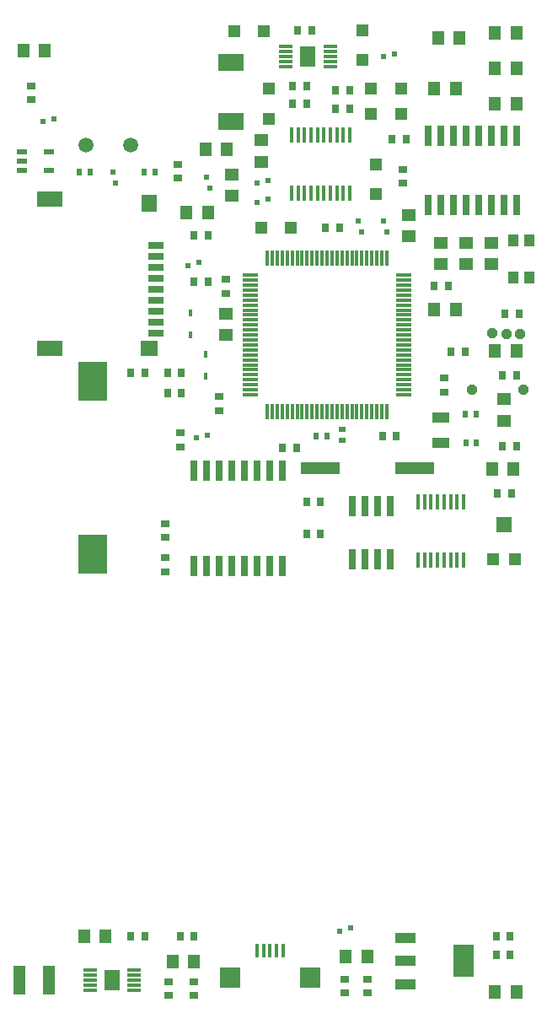
<source format=gbr>
%TF.GenerationSoftware,Altium Limited,Altium Designer,19.0.12 (326)*%
G04 Layer_Color=255*
%FSLAX26Y26*%
%MOIN*%
%TF.FileFunction,Pads,Bot*%
%TF.Part,Single*%
G01*
G75*
%TA.AperFunction,SMDPad,CuDef*%
%ADD14R,0.047244X0.118110*%
%ADD15R,0.045000X0.054000*%
%ADD16R,0.031000X0.038000*%
%ADD17R,0.038000X0.031000*%
%ADD18R,0.019685X0.019685*%
%ADD22R,0.047244X0.051181*%
%TA.AperFunction,ViaPad*%
G04:AMPARAMS|DCode=31|XSize=39.37mil|YSize=39.37mil|CornerRadius=0mil|HoleSize=0mil|Usage=FLASHONLY|Rotation=0.000|XOffset=0mil|YOffset=0mil|HoleType=Round|Shape=Octagon|*
%AMOCTAGOND31*
4,1,8,0.019685,-0.009842,0.019685,0.009842,0.009843,0.019685,-0.009843,0.019685,-0.019685,0.009842,-0.019685,-0.009842,-0.009843,-0.019685,0.009843,-0.019685,0.019685,-0.009842,0.0*
%
%ADD31OCTAGOND31*%

%TA.AperFunction,ComponentPad*%
%ADD32C,0.059055*%
%TA.AperFunction,SMDPad,CuDef*%
%ADD36R,0.011811X0.059055*%
%ADD37R,0.059055X0.011811*%
%ADD38R,0.017716X0.059055*%
%ADD39R,0.051181X0.047244*%
%ADD40R,0.053150X0.011811*%
%ADD41R,0.062992X0.078740*%
%ADD42R,0.019685X0.019685*%
%ADD43R,0.039370X0.023622*%
%ADD44R,0.020000X0.025000*%
%ADD45R,0.098425X0.066929*%
%ADD46R,0.098425X0.059055*%
%ADD47R,0.059055X0.066929*%
%ADD48R,0.066929X0.059055*%
%ADD49R,0.062992X0.027559*%
%ADD50R,0.054000X0.045000*%
%ADD51R,0.027559X0.078740*%
%ADD52R,0.015748X0.027559*%
%ADD53R,0.039370X0.047244*%
%ADD54R,0.025000X0.020000*%
%ADD55R,0.157480X0.047244*%
%ADD56R,0.066929X0.039370*%
%ADD57R,0.047244X0.047244*%
%ADD58R,0.062992X0.062992*%
%TA.AperFunction,ConnectorPad*%
%ADD59R,0.015748X0.055118*%
%TA.AperFunction,SMDPad,CuDef*%
%ADD60R,0.078740X0.078740*%
%ADD61R,0.118110X0.157480*%
%ADD62R,0.084646X0.039370*%
%ADD63R,0.084646X0.129921*%
D14*
X81890Y125000D02*
D03*
X200000D02*
D03*
D15*
X340000Y300000D02*
D03*
X425000D02*
D03*
X690000Y200000D02*
D03*
X775000D02*
D03*
X1375000Y220000D02*
D03*
X1460000D02*
D03*
X1965000Y79804D02*
D03*
X2050000D02*
D03*
X2037000Y2146850D02*
D03*
X1952000D02*
D03*
X2050000Y2612796D02*
D03*
X1965000D02*
D03*
X1810000Y2775000D02*
D03*
X1725000D02*
D03*
X905000Y3410000D02*
D03*
X820000D02*
D03*
X745000Y3160000D02*
D03*
X830000D02*
D03*
X185000Y3800000D02*
D03*
X100000D02*
D03*
X1724056Y3650000D02*
D03*
X1809056D02*
D03*
X1965000Y3590000D02*
D03*
X2050000D02*
D03*
Y3730000D02*
D03*
Y3870000D02*
D03*
X1965000D02*
D03*
Y3730000D02*
D03*
X1825000Y3850000D02*
D03*
X1740000D02*
D03*
D16*
X525000Y300000D02*
D03*
X581000D02*
D03*
X719000D02*
D03*
X775000D02*
D03*
X1969000Y225000D02*
D03*
X2025000D02*
D03*
Y300000D02*
D03*
X1969000D02*
D03*
X1275000Y1890000D02*
D03*
X1219000D02*
D03*
Y2016142D02*
D03*
X1275000D02*
D03*
X1180000Y2230000D02*
D03*
X1124000D02*
D03*
X1519000Y2275000D02*
D03*
X1575000D02*
D03*
X1975000Y2050000D02*
D03*
X2031000D02*
D03*
X2050000Y2236418D02*
D03*
X1994000D02*
D03*
Y2514370D02*
D03*
X2050000D02*
D03*
X2060000Y2760000D02*
D03*
X2004000D02*
D03*
X1847000Y2610000D02*
D03*
X1791000D02*
D03*
X1780000Y2870000D02*
D03*
X1724000D02*
D03*
X1350000Y3100000D02*
D03*
X1294000D02*
D03*
X1612204Y3450000D02*
D03*
X1556204D02*
D03*
X1390000Y3570000D02*
D03*
Y3640316D02*
D03*
X1334000D02*
D03*
Y3570000D02*
D03*
X1220000Y3590000D02*
D03*
Y3660000D02*
D03*
X1164000D02*
D03*
Y3590000D02*
D03*
X1184000Y3880000D02*
D03*
X1240000D02*
D03*
X774000Y3070000D02*
D03*
Y2884056D02*
D03*
X830000D02*
D03*
Y3070000D02*
D03*
X525000Y2525000D02*
D03*
X669000Y2446850D02*
D03*
X725000D02*
D03*
Y2525000D02*
D03*
X669000D02*
D03*
X581000D02*
D03*
D17*
X675000Y63844D02*
D03*
X775000D02*
D03*
Y119844D02*
D03*
X675000D02*
D03*
X1370000Y74000D02*
D03*
X1460000D02*
D03*
Y130000D02*
D03*
X1370000D02*
D03*
X660000Y1740000D02*
D03*
Y1796000D02*
D03*
Y1874000D02*
D03*
Y1930000D02*
D03*
X719000Y2232426D02*
D03*
X872402Y2375000D02*
D03*
Y2431000D02*
D03*
X719000Y2288426D02*
D03*
X900000Y2840158D02*
D03*
Y2896158D02*
D03*
X710000Y3294000D02*
D03*
Y3350000D02*
D03*
X130000Y3604000D02*
D03*
Y3660000D02*
D03*
X1600000Y3274000D02*
D03*
Y3330000D02*
D03*
X1762559Y2505922D02*
D03*
Y2449922D02*
D03*
D18*
X1536810Y3081692D02*
D03*
X1525000Y3125000D02*
D03*
X1425000D02*
D03*
X1436810Y3081692D02*
D03*
X825000Y3300000D02*
D03*
X836812Y3256692D02*
D03*
X452052Y3320000D02*
D03*
X463862Y3276692D02*
D03*
D22*
X1158110Y3100000D02*
D03*
X1040000D02*
D03*
X1474410Y3550000D02*
D03*
Y3650000D02*
D03*
X1592520Y3550000D02*
D03*
Y3650000D02*
D03*
X1050000Y3875000D02*
D03*
X931890D02*
D03*
D31*
X2075077Y2458971D02*
D03*
X2065000Y2677463D02*
D03*
X2009000Y2679000D02*
D03*
X1952000Y2682024D02*
D03*
X1875000Y2458464D02*
D03*
D32*
X524372Y3425000D02*
D03*
X347206D02*
D03*
D36*
X1496850Y2371850D02*
D03*
X1516536D02*
D03*
X1536220D02*
D03*
X1477166D02*
D03*
X1457480D02*
D03*
X1437796D02*
D03*
X1418110D02*
D03*
X1398426D02*
D03*
X1378740D02*
D03*
X1359056D02*
D03*
X1339370D02*
D03*
X1319686D02*
D03*
X1300000D02*
D03*
X1280316D02*
D03*
X1260630D02*
D03*
X1240944D02*
D03*
X1221260D02*
D03*
X1201574D02*
D03*
X1181890D02*
D03*
X1162204D02*
D03*
X1142520D02*
D03*
X1122834D02*
D03*
X1103150D02*
D03*
X1083464D02*
D03*
X1063780D02*
D03*
X1496850Y2978150D02*
D03*
X1516536D02*
D03*
X1536220D02*
D03*
X1477166D02*
D03*
X1457480D02*
D03*
X1437796D02*
D03*
X1418110D02*
D03*
X1398426D02*
D03*
X1378740D02*
D03*
X1359056D02*
D03*
X1339370D02*
D03*
X1319686D02*
D03*
X1300000D02*
D03*
X1280316D02*
D03*
X1260630D02*
D03*
X1240944D02*
D03*
X1221260D02*
D03*
X1201574D02*
D03*
X1181890D02*
D03*
X1162204D02*
D03*
X1142520D02*
D03*
X1122834D02*
D03*
X1103150D02*
D03*
X1083464D02*
D03*
X1063780D02*
D03*
D37*
X1603150Y2438780D02*
D03*
Y2458464D02*
D03*
Y2478150D02*
D03*
Y2497834D02*
D03*
Y2517520D02*
D03*
Y2537204D02*
D03*
Y2556890D02*
D03*
Y2576574D02*
D03*
Y2596260D02*
D03*
Y2615944D02*
D03*
Y2635630D02*
D03*
Y2655316D02*
D03*
Y2675000D02*
D03*
Y2694686D02*
D03*
Y2714370D02*
D03*
Y2734056D02*
D03*
Y2753740D02*
D03*
Y2773426D02*
D03*
Y2793110D02*
D03*
Y2812796D02*
D03*
Y2832480D02*
D03*
Y2852166D02*
D03*
Y2871850D02*
D03*
Y2891536D02*
D03*
Y2911220D02*
D03*
X996850D02*
D03*
Y2891536D02*
D03*
Y2871850D02*
D03*
Y2852166D02*
D03*
Y2832480D02*
D03*
Y2812796D02*
D03*
Y2793110D02*
D03*
Y2773426D02*
D03*
Y2753740D02*
D03*
Y2734056D02*
D03*
Y2714370D02*
D03*
Y2694686D02*
D03*
Y2675000D02*
D03*
Y2655316D02*
D03*
Y2635630D02*
D03*
Y2615944D02*
D03*
Y2596260D02*
D03*
Y2576574D02*
D03*
Y2556890D02*
D03*
Y2537204D02*
D03*
Y2517520D02*
D03*
Y2497834D02*
D03*
Y2478150D02*
D03*
Y2458464D02*
D03*
Y2438780D02*
D03*
D38*
X1788386Y1783858D02*
D03*
X1813976D02*
D03*
X1839566D02*
D03*
X1762796D02*
D03*
X1737204D02*
D03*
X1711614D02*
D03*
X1686024D02*
D03*
X1660434D02*
D03*
X1788386Y2016142D02*
D03*
X1813976D02*
D03*
X1839566D02*
D03*
X1762796D02*
D03*
X1737204D02*
D03*
X1711614D02*
D03*
X1686024D02*
D03*
X1660434D02*
D03*
X1390158Y3233858D02*
D03*
X1364566D02*
D03*
X1338976D02*
D03*
X1313386D02*
D03*
X1287796D02*
D03*
X1262204D02*
D03*
X1236614D02*
D03*
X1211024D02*
D03*
X1185434D02*
D03*
X1159842D02*
D03*
X1287796Y3466142D02*
D03*
X1313386D02*
D03*
X1338976D02*
D03*
X1364566D02*
D03*
X1390158D02*
D03*
X1262204D02*
D03*
X1236614D02*
D03*
X1211024D02*
D03*
X1185434D02*
D03*
X1159842D02*
D03*
D39*
X1494094Y3231890D02*
D03*
Y3350000D02*
D03*
X1440000Y3761890D02*
D03*
Y3880000D02*
D03*
X1069684Y3648110D02*
D03*
Y3530000D02*
D03*
D40*
X362402Y85630D02*
D03*
Y105314D02*
D03*
Y125000D02*
D03*
Y144684D02*
D03*
Y164370D02*
D03*
X537598D02*
D03*
Y144684D02*
D03*
Y125000D02*
D03*
Y105314D02*
D03*
Y85630D02*
D03*
X1312598Y3735630D02*
D03*
Y3755314D02*
D03*
Y3775000D02*
D03*
Y3794684D02*
D03*
Y3814370D02*
D03*
X1137402D02*
D03*
Y3794684D02*
D03*
Y3775000D02*
D03*
Y3755314D02*
D03*
Y3735630D02*
D03*
D41*
X450000Y125000D02*
D03*
X1225000Y3775000D02*
D03*
D42*
X1350000Y320000D02*
D03*
X1393308Y331812D02*
D03*
X825708Y2280236D02*
D03*
X782402Y2268426D02*
D03*
X793308Y2961890D02*
D03*
X750000Y2950078D02*
D03*
X1025000Y3200000D02*
D03*
X1068308Y3211810D02*
D03*
X1025000Y3275000D02*
D03*
X1068308Y3286812D02*
D03*
X1525000Y3775000D02*
D03*
X1568308Y3786812D02*
D03*
X220000Y3530002D02*
D03*
X176692Y3518190D02*
D03*
D43*
X200000Y3325000D02*
D03*
Y3399804D02*
D03*
X93700D02*
D03*
Y3362402D02*
D03*
Y3325000D02*
D03*
D44*
X1891426Y2250000D02*
D03*
X1890000Y2363000D02*
D03*
X1847000D02*
D03*
X1848426Y2250000D02*
D03*
X1300000Y2275000D02*
D03*
X1257000D02*
D03*
X620000Y3320000D02*
D03*
X577000D02*
D03*
X363000D02*
D03*
X320000D02*
D03*
D45*
X920000Y3520000D02*
D03*
Y3752284D02*
D03*
D46*
X203740Y2620472D02*
D03*
Y3211024D02*
D03*
D47*
X597440Y3195276D02*
D03*
D48*
X597440Y2620472D02*
D03*
D49*
X625000Y2683464D02*
D03*
Y2726772D02*
D03*
Y2770078D02*
D03*
Y2813386D02*
D03*
Y2856692D02*
D03*
Y2900000D02*
D03*
Y2943306D02*
D03*
Y2986614D02*
D03*
Y3029920D02*
D03*
D50*
X2000000Y2336850D02*
D03*
Y2421850D02*
D03*
X1950000Y2955000D02*
D03*
Y3040000D02*
D03*
X1850000D02*
D03*
Y2955000D02*
D03*
X1750000Y3040000D02*
D03*
Y2955000D02*
D03*
X1625000Y3065000D02*
D03*
Y3150000D02*
D03*
X1040000Y3445000D02*
D03*
Y3360000D02*
D03*
X925000Y3310000D02*
D03*
Y3225000D02*
D03*
X900000Y2760000D02*
D03*
Y2675000D02*
D03*
D51*
X1125000Y1762992D02*
D03*
X1075000D02*
D03*
X1025000D02*
D03*
X975000D02*
D03*
X925000D02*
D03*
X875000D02*
D03*
X825000D02*
D03*
X775000D02*
D03*
X1125000Y2137008D02*
D03*
X1075000D02*
D03*
X1025000D02*
D03*
X975000D02*
D03*
X925000D02*
D03*
X875000D02*
D03*
X825000D02*
D03*
X775000D02*
D03*
X1400000Y1787402D02*
D03*
X1450000D02*
D03*
X1500000D02*
D03*
X1550000D02*
D03*
Y2000000D02*
D03*
X1500000D02*
D03*
X1450000D02*
D03*
X1400000D02*
D03*
X2000000Y3187204D02*
D03*
X2050000D02*
D03*
X1950000D02*
D03*
X1900000D02*
D03*
X1850000D02*
D03*
X1800000D02*
D03*
X1750000D02*
D03*
X1700000D02*
D03*
X1900000Y3462796D02*
D03*
X1950000D02*
D03*
X2000000D02*
D03*
X2050000D02*
D03*
X1850000D02*
D03*
X1800000D02*
D03*
X1750000D02*
D03*
X1700000D02*
D03*
D52*
X820000Y2513386D02*
D03*
Y2600000D02*
D03*
X760000Y2763308D02*
D03*
Y2676694D02*
D03*
D53*
X2100000Y2900394D02*
D03*
Y3050000D02*
D03*
X2037008D02*
D03*
Y2900394D02*
D03*
D54*
X1359056Y2258000D02*
D03*
Y2301000D02*
D03*
D55*
X1645078Y2150000D02*
D03*
X1275000D02*
D03*
D56*
X1750000Y2250000D02*
D03*
Y2348426D02*
D03*
D57*
X1956692Y1787204D02*
D03*
X2043308D02*
D03*
D58*
X2000000Y1925000D02*
D03*
D59*
X1023818Y241220D02*
D03*
X1049410D02*
D03*
X1075000D02*
D03*
X1100590D02*
D03*
X1126182D02*
D03*
D60*
X917520Y134922D02*
D03*
X1232480D02*
D03*
D61*
X375000Y1807480D02*
D03*
Y2492520D02*
D03*
D62*
X1609684Y110206D02*
D03*
Y200758D02*
D03*
Y291310D02*
D03*
D63*
X1840000Y200758D02*
D03*
%TF.MD5,b9d223661da687dcafdc9d42bdc8995e*%
M02*

</source>
